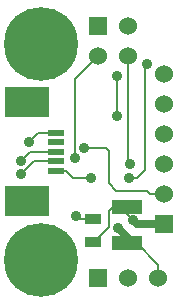
<source format=gbl>
G04 (created by PCBNEW (2013-04-19 BZR 4011)-stable) date 27/09/2013 13:49:53*
%MOIN*%
G04 Gerber Fmt 3.4, Leading zero omitted, Abs format*
%FSLAX34Y34*%
G01*
G70*
G90*
G04 APERTURE LIST*
%ADD10C,2.3622e-006*%
%ADD11R,0.055X0.035*%
%ADD12C,0.2461*%
%ADD13R,0.1496X0.0984*%
%ADD14R,0.0551X0.0197*%
%ADD15R,0.1X0.05*%
%ADD16R,0.06X0.06*%
%ADD17C,0.06*%
%ADD18C,0.035*%
%ADD19C,0.008*%
%ADD20C,0.025*%
G04 APERTURE END LIST*
G54D10*
G54D11*
X61640Y-42345D03*
X61640Y-43095D03*
G54D12*
X59900Y-36500D03*
X59900Y-43700D03*
G54D13*
X59437Y-38446D03*
X59437Y-41754D03*
G54D14*
X60382Y-39470D03*
X60382Y-39785D03*
X60382Y-40730D03*
X60382Y-40415D03*
X60382Y-40100D03*
G54D15*
X62760Y-43140D03*
X62760Y-41940D03*
G54D16*
X61800Y-44300D03*
G54D17*
X62800Y-44300D03*
X63800Y-44300D03*
G54D16*
X64010Y-42500D03*
G54D17*
X64010Y-41500D03*
X64010Y-40500D03*
X64010Y-39500D03*
X64010Y-38500D03*
X64010Y-37500D03*
G54D16*
X61810Y-35900D03*
G54D17*
X61810Y-36900D03*
X62810Y-35900D03*
X62810Y-36900D03*
G54D18*
X61050Y-42250D03*
X63430Y-37170D03*
X62820Y-40970D03*
X61570Y-40970D03*
X62450Y-42640D03*
X61325Y-39985D03*
X59230Y-40840D03*
X59220Y-40400D03*
X62430Y-38900D03*
X62420Y-37560D03*
X62860Y-40510D03*
X61020Y-40290D03*
X62950Y-42360D03*
X59510Y-39760D03*
G54D19*
X61145Y-42345D02*
X61640Y-42345D01*
X61050Y-42250D02*
X61145Y-42345D01*
G54D20*
X62760Y-43140D02*
X62760Y-42950D01*
X62760Y-42950D02*
X62450Y-42640D01*
G54D19*
X60382Y-40730D02*
X60720Y-40730D01*
X60960Y-40970D02*
X61570Y-40970D01*
X60720Y-40730D02*
X60960Y-40970D01*
X63360Y-37240D02*
X63430Y-37170D01*
X63360Y-40700D02*
X63360Y-37240D01*
X63080Y-40980D02*
X63360Y-40700D01*
X62830Y-40980D02*
X63080Y-40980D01*
X62820Y-40970D02*
X62830Y-40980D01*
X62760Y-43140D02*
X63080Y-43140D01*
X63800Y-43860D02*
X63800Y-44300D01*
X63080Y-43140D02*
X63800Y-43860D01*
X62065Y-39985D02*
X61325Y-39985D01*
X62160Y-40080D02*
X62065Y-39985D01*
X62160Y-41150D02*
X62160Y-40080D01*
X64000Y-41500D02*
X63540Y-41500D01*
X62400Y-41390D02*
X62160Y-41150D01*
X63430Y-41390D02*
X62400Y-41390D01*
X63540Y-41500D02*
X63430Y-41390D01*
X59655Y-40415D02*
X60382Y-40415D01*
X59230Y-40840D02*
X59655Y-40415D01*
X59520Y-40100D02*
X60382Y-40100D01*
X59220Y-40400D02*
X59520Y-40100D01*
X62420Y-38890D02*
X62420Y-37560D01*
X62430Y-38900D02*
X62420Y-38890D01*
X62800Y-40450D02*
X62800Y-36900D01*
X62860Y-40510D02*
X62800Y-40450D01*
X61020Y-40290D02*
X61020Y-37680D01*
X61020Y-37680D02*
X61800Y-36900D01*
G54D20*
X64000Y-42500D02*
X63090Y-42500D01*
X63090Y-42500D02*
X62950Y-42360D01*
G54D19*
X63090Y-42500D02*
X62950Y-42360D01*
X62760Y-41940D02*
X62760Y-42170D01*
X62760Y-42170D02*
X62950Y-42360D01*
X61640Y-43095D02*
X61665Y-43095D01*
X62290Y-41940D02*
X62760Y-41940D01*
X62150Y-42080D02*
X62290Y-41940D01*
X62150Y-42610D02*
X62150Y-42080D01*
X61665Y-43095D02*
X62150Y-42610D01*
X60382Y-39470D02*
X59800Y-39470D01*
X59800Y-39470D02*
X59510Y-39760D01*
M02*

</source>
